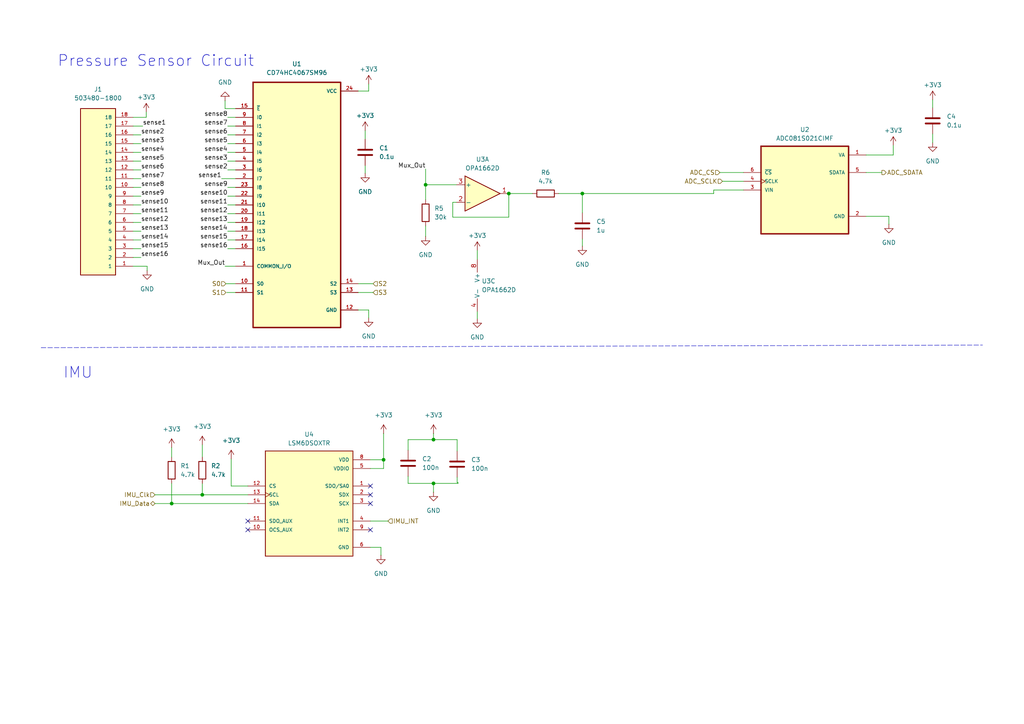
<source format=kicad_sch>
(kicad_sch (version 20250114) (generator "eeschema") (generator_version "9.0")
  (paper "A4")
  (lib_symbols
    (symbol "18_Pin_Senior_Design:503480-1800" (pin_names (offset 1.016))
      (property "Reference" "J" (at -5.0852 23.3894 0))
      (property "Value" "503480-1800" (at -5.0847 -27.9635 0))
      (symbol "503480-1800_0_0"
        (rectangle (start -5.08 -25.4) (end 5.08 22.86) (stroke (width 0.254)) (fill (type background)))
        (pin passive line (at -10.16 20.32 0) (length 5.08) (name "1") (number "1"))
        (pin passive line (at -10.16 17.78 0) (length 5.08) (name "2") (number "2"))
        (pin passive line (at -10.16 15.24 0) (length 5.08) (name "3") (number "3"))
        (pin passive line (at -10.16 12.7 0) (length 5.08) (name "4") (number "4"))
        (pin passive line (at -10.16 10.16 0) (length 5.08) (name "5") (number "5"))
        (pin passive line (at -10.16 7.62 0) (length 5.08) (name "6") (number "6"))
        (pin passive line (at -10.16 5.08 0) (length 5.08) (name "7") (number "7"))
        (pin passive line (at -10.16 2.54 0) (length 5.08) (name "8") (number "8"))
        (pin passive line (at -10.16 0 0) (length 5.08) (name "9") (number "9"))
        (pin passive line (at -10.16 -2.54 0) (length 5.08) (name "10") (number "10"))
        (pin passive line (at -10.16 -5.08 0) (length 5.08) (name "11") (number "11"))
        (pin passive line (at -10.16 -7.62 0) (length 5.08) (name "12") (number "12"))
        (pin passive line (at -10.16 -10.16 0) (length 5.08) (name "13") (number "13"))
        (pin passive line (at -10.16 -12.7 0) (length 5.08) (name "14") (number "14"))
        (pin passive line (at -10.16 -15.24 0) (length 5.08) (name "15") (number "15"))
        (pin passive line (at -10.16 -17.78 0) (length 5.08) (name "16") (number "16"))
        (pin passive line (at -10.16 -20.32 0) (length 5.08) (name "17") (number "17"))
        (pin passive line (at -10.16 -22.86 0) (length 5.08) (name "18") (number "18"))
      )
    )
    (symbol "ADC_Senior_Design:ADC081S021CIMF" (pin_names (offset 1.016))
      (property "Reference" "U" (at -12.7 13.7 0))
      (property "Value" "ADC081S021CIMF" (at -12.7 -16.7 0))
      (symbol "ADC081S021CIMF_0_0"
        (rectangle (start -12.7 -12.7) (end 12.7 12.7) (stroke (width 0.41)) (fill (type background)))
        (pin input line (at -17.78 5.08 0) (length 5.08) (name "~{CS}") (number "6"))
        (pin input clock (at -17.78 2.54 0) (length 5.08) (name "SCLK") (number "4"))
        (pin input line (at -17.78 0 0) (length 5.08) (name "VIN") (number "3"))
        (pin power_in line (at 17.78 10.16 180) (length 5.08) (name "VA") (number "1"))
        (pin output line (at 17.78 5.08 180) (length 5.08) (name "SDATA") (number "5"))
        (pin power_in line (at 17.78 -7.62 180) (length 5.08) (name "GND") (number "2"))
      )
    )
    (symbol "Amplifier_Operational:OPA1662D" (pin_names (offset 0.127))
      (property "Reference" "U" (at 0 5.08 0))
      (property "Value" "OPA1662D" (at 0 -5.08 0))
      (symbol "OPA1662D_1_1"
        (polyline (pts (xy -5.08 5.08) (xy 5.08 0) (xy -5.08 -5.08) (xy -5.08 5.08)) (stroke (width 0.254)) (fill (type background)))
        (pin input line (at -7.62 2.54 0) (length 2.54) (name "+") (number "3"))
        (pin input line (at -7.62 -2.54 0) (length 2.54) (name "-") (number "2"))
        (pin output line (at 7.62 0 180) (length 2.54) (name "~") (number "1"))
      )
      (symbol "OPA1662D_2_1"
        (polyline (pts (xy -5.08 5.08) (xy 5.08 0) (xy -5.08 -5.08) (xy -5.08 5.08)) (stroke (width 0.254)) (fill (type background)))
        (pin input line (at -7.62 2.54 0) (length 2.54) (name "+") (number "5"))
        (pin input line (at -7.62 -2.54 0) (length 2.54) (name "-") (number "6"))
        (pin output line (at 7.62 0 180) (length 2.54) (name "~") (number "7"))
      )
      (symbol "OPA1662D_3_1"
        (pin power_in line (at -2.54 7.62 270) (length 3.81) (name "V+") (number "8"))
        (pin power_in line (at -2.54 -7.62 90) (length 3.81) (name "V-") (number "4"))
      )
    )
    (symbol "Device:C" (pin_numbers (hide yes)) (pin_names (offset 0.254))
      (property "Reference" "C" (at 0.635 2.54 0))
      (property "Value" "C" (at 0.635 -2.54 0))
      (symbol "C_0_1"
        (polyline (pts (xy -2.032 0.762) (xy 2.032 0.762)) (stroke (width 0.508)))
        (polyline (pts (xy -2.032 -0.762) (xy 2.032 -0.762)) (stroke (width 0.508)))
      )
      (symbol "C_1_1"
        (pin passive line (at 0 3.81 270) (length 2.794) (name "~") (number "1"))
        (pin passive line (at 0 -3.81 90) (length 2.794) (name "~") (number "2"))
      )
    )
    (symbol "Device:R" (pin_numbers (hide yes)) (pin_names (offset 0))
      (property "Reference" "R" (at 2.032 0 90))
      (property "Value" "R" (at 0 0 90))
      (symbol "R_0_1"
        (rectangle (start -1.016 -2.54) (end 1.016 2.54) (stroke (width 0.254)))
      )
      (symbol "R_1_1"
        (pin passive line (at 0 3.81 270) (length 1.27) (name "~") (number "1"))
        (pin passive line (at 0 -3.81 90) (length 1.27) (name "~") (number "2"))
      )
    )
    (symbol "IMU_Sensior_Design:LSM6DSOXTR" (pin_names (offset 1.016))
      (property "Reference" "U" (at -12.7 16.002 0))
      (property "Value" "LSM6DSOXTR" (at -12.7 -17.78 0))
      (symbol "LSM6DSOXTR_0_0"
        (rectangle (start -12.7 -15.24) (end 12.7 15.24) (stroke (width 0.254)) (fill (type background)))
        (pin input line (at -17.78 5.08 0) (length 5.08) (name "CS") (number "12"))
        (pin input clock (at -17.78 2.54 0) (length 5.08) (name "SCL") (number "13"))
        (pin bidirectional line (at -17.78 0 0) (length 5.08) (name "SDA") (number "14"))
        (pin bidirectional line (at -17.78 -5.08 0) (length 5.08) (name "SDO_AUX") (number "11"))
        (pin bidirectional line (at -17.78 -7.62 0) (length 5.08) (name "OCS_AUX") (number "10"))
        (pin power_in line (at 17.78 12.7 180) (length 5.08) (name "VDD") (number "8"))
        (pin power_in line (at 17.78 10.16 180) (length 5.08) (name "VDDIO") (number "5"))
        (pin bidirectional line (at 17.78 5.08 180) (length 5.08) (name "SDO/SA0") (number "1"))
        (pin bidirectional line (at 17.78 2.54 180) (length 5.08) (name "SDX") (number "2"))
        (pin bidirectional line (at 17.78 0 180) (length 5.08) (name "SCX") (number "3"))
        (pin output line (at 17.78 -5.08 180) (length 5.08) (name "INT1") (number "4"))
        (pin output line (at 17.78 -7.62 180) (length 5.08) (name "INT2") (number "9"))
        (pin power_in line (at 17.78 -12.7 180) (length 5.08) (name "GND") (number "6"))
        (pin power_in line (at 17.78 -12.7 180) (length 5.08) (hide yes) (name "GND") (number "7"))
      )
    )
    (symbol "Mux_Senior_Design:CD74HC4067SM96" (pin_names (offset 1.016))
      (property "Reference" "U" (at -12.7 36.56 0))
      (property "Value" "CD74HC4067SM96" (at -12.7 -39.56 0))
      (symbol "CD74HC4067SM96_0_0"
        (rectangle (start -12.7 -35.56) (end 12.7 35.56) (stroke (width 0.41)) (fill (type background)))
        (pin input line (at -17.78 27.94 0) (length 5.08) (name "~{E}") (number "15"))
        (pin input line (at -17.78 25.4 0) (length 5.08) (name "I0") (number "9"))
        (pin input line (at -17.78 22.86 0) (length 5.08) (name "I1") (number "8"))
        (pin input line (at -17.78 20.32 0) (length 5.08) (name "I2") (number "7"))
        (pin input line (at -17.78 17.78 0) (length 5.08) (name "I3") (number "6"))
        (pin input line (at -17.78 15.24 0) (length 5.08) (name "I4") (number "5"))
        (pin input line (at -17.78 12.7 0) (length 5.08) (name "I5") (number "4"))
        (pin input line (at -17.78 10.16 0) (length 5.08) (name "I6") (number "3"))
        (pin input line (at -17.78 7.62 0) (length 5.08) (name "I7") (number "2"))
        (pin input line (at -17.78 5.08 0) (length 5.08) (name "I8") (number "23"))
        (pin input line (at -17.78 2.54 0) (length 5.08) (name "I9") (number "22"))
        (pin input line (at -17.78 0 0) (length 5.08) (name "I10") (number "21"))
        (pin input line (at -17.78 -2.54 0) (length 5.08) (name "I11") (number "20"))
        (pin input line (at -17.78 -5.08 0) (length 5.08) (name "I12") (number "19"))
        (pin input line (at -17.78 -7.62 0) (length 5.08) (name "I13") (number "18"))
        (pin input line (at -17.78 -10.16 0) (length 5.08) (name "I14") (number "17"))
        (pin input line (at -17.78 -12.7 0) (length 5.08) (name "I15") (number "16"))
        (pin bidirectional line (at -17.78 -17.78 0) (length 5.08) (name "COMMON_I/O") (number "1"))
        (pin bidirectional line (at -17.78 -22.86 0) (length 5.08) (name "S0") (number "10"))
        (pin bidirectional line (at -17.78 -25.4 0) (length 5.08) (name "S1") (number "11"))
        (pin power_in line (at 17.78 33.02 180) (length 5.08) (name "VCC") (number "24"))
        (pin bidirectional line (at 17.78 -22.86 180) (length 5.08) (name "S2") (number "14"))
        (pin bidirectional line (at 17.78 -25.4 180) (length 5.08) (name "S3") (number "13"))
        (pin power_in line (at 17.78 -30.48 180) (length 5.08) (name "GND") (number "12"))
      )
    )
    (symbol "power:+3V3" (power) (pin_numbers (hide yes)) (pin_names (offset 0) (hide yes))
      (property "Value" "+3V3" (at 0 3.556 0))
      (symbol "+3V3_0_1"
        (polyline (pts (xy -0.762 1.27) (xy 0 2.54)))
        (polyline (pts (xy 0 2.54) (xy 0.762 1.27)))
        (polyline (pts (xy 0 0) (xy 0 2.54)))
      )
      (symbol "+3V3_1_1"
        (pin power_in line (at 0 0 90) (length 0) (name "~") (number "1"))
      )
    )
    (symbol "power:GND" (power) (pin_numbers (hide yes)) (pin_names (offset 0) (hide yes))
      (property "Value" "GND" (at 0 -3.81 0))
      (symbol "GND_0_1"
        (polyline (pts (xy 0 0) (xy 0 -1.27) (xy 1.27 -1.27) (xy 0 -2.54) (xy -1.27 -1.27) (xy 0 -1.27)))
      )
      (symbol "GND_1_1"
        (pin power_in line (at 0 0 270) (length 0) (name "~") (number "1"))
      )
    )
  )
  (text "Pressure Sensor Circuit" (at 45.212 17.78 0) (effects (font (size 3.175 3.175))))
  (text "IMU" (at 22.606 108.204 0) (effects (font (size 3.175 3.175))))
  (junction (at 58.674 143.51))
  (junction (at 49.784 146.05))
  (junction (at 111.252 133.35))
  (junction (at 168.91 56.134))
  (junction (at 125.73 127.508))
  (junction (at 147.574 56.134))
  (junction (at 125.73 140.208))
  (junction (at 123.444 53.594))
  (no_connect (at 107.442 143.51))
  (no_connect (at 71.882 151.13))
  (no_connect (at 107.442 140.97))
  (no_connect (at 107.442 146.05))
  (no_connect (at 71.882 153.67))
  (no_connect (at 107.442 153.67))
  (wire (pts (xy 118.364 127.508) (xy 125.73 127.508)))
  (wire (pts (xy 132.588 139.954) (xy 132.588 138.43)))
  (wire (pts (xy 251.206 62.738) (xy 257.81 62.738)))
  (wire (pts (xy 132.334 58.674) (xy 131.318 58.674)))
  (wire (pts (xy 68.326 31.496) (xy 65.278 31.496)))
  (wire (pts (xy 42.672 77.216) (xy 42.672 78.486)))
  (wire (pts (xy 251.206 44.958) (xy 259.08 44.958)))
  (wire (pts (xy 105.918 48.006) (xy 105.918 50.292)))
  (wire (pts (xy 147.574 56.134) (xy 154.432 56.134)))
  (wire (pts (xy 131.318 58.674) (xy 131.318 62.992)))
  (wire (pts (xy 138.43 90.424) (xy 138.43 92.456)))
  (wire (pts (xy 38.608 44.196) (xy 40.894 44.196)))
  (wire (pts (xy 68.326 34.036) (xy 66.04 34.036)))
  (wire (pts (xy 132.842 140.208) (xy 132.842 139.954)))
  (wire (pts (xy 125.73 140.208) (xy 125.73 142.748)))
  (wire (pts (xy 38.608 41.656) (xy 40.894 41.656)))
  (wire (pts (xy 209.55 52.578) (xy 215.646 52.578)))
  (wire (pts (xy 68.326 49.276) (xy 66.04 49.276)))
  (wire (pts (xy 38.608 67.056) (xy 40.894 67.056)))
  (wire (pts (xy 123.444 53.594) (xy 132.334 53.594)))
  (wire (pts (xy 111.252 133.35) (xy 111.252 125.73)))
  (wire (pts (xy 68.326 64.516) (xy 66.04 64.516)))
  (wire (pts (xy 68.326 69.596) (xy 66.04 69.596)))
  (wire (pts (xy 64.262 51.816) (xy 68.326 51.816)))
  (wire (pts (xy 107.442 158.75) (xy 110.49 158.75)))
  (wire (pts (xy 125.73 127.508) (xy 132.588 127.508)))
  (wire (pts (xy 68.326 39.116) (xy 66.04 39.116)))
  (wire (pts (xy 168.91 56.134) (xy 207.01 56.134)))
  (wire (pts (xy 38.608 39.116) (xy 40.894 39.116)))
  (wire (pts (xy 208.788 50.038) (xy 215.646 50.038)))
  (wire (pts (xy 105.918 37.846) (xy 105.918 40.386)))
  (wire (pts (xy 251.206 50.038) (xy 255.778 50.038)))
  (wire (pts (xy 123.444 53.594) (xy 123.444 57.912)))
  (wire (pts (xy 38.608 69.596) (xy 40.894 69.596)))
  (wire (pts (xy 103.886 82.296) (xy 108.204 82.296)))
  (wire (pts (xy 257.81 62.738) (xy 257.81 65.024)))
  (wire (pts (xy 65.278 77.216) (xy 68.326 77.216)))
  (wire (pts (xy 125.73 140.208) (xy 132.842 140.208)))
  (wire (pts (xy 132.842 139.954) (xy 132.588 139.954)))
  (wire (pts (xy 68.326 54.356) (xy 66.04 54.356)))
  (wire (pts (xy 103.886 84.836) (xy 108.204 84.836)))
  (wire (pts (xy 71.882 140.97) (xy 67.056 140.97)))
  (polyline (pts (xy 11.938 100.838) (xy 284.988 100.076)) (stroke (width 0.127) (type dash)))
  (wire (pts (xy 168.91 69.342) (xy 168.91 71.374)))
  (wire (pts (xy 118.364 130.556) (xy 118.364 127.508)))
  (wire (pts (xy 111.252 133.35) (xy 111.252 135.89)))
  (wire (pts (xy 38.608 74.676) (xy 40.894 74.676)))
  (wire (pts (xy 44.958 146.05) (xy 49.784 146.05)))
  (wire (pts (xy 42.418 32.512) (xy 42.418 34.036)))
  (wire (pts (xy 147.574 62.992) (xy 147.574 56.134)))
  (wire (pts (xy 67.056 140.97) (xy 67.056 133.096)))
  (wire (pts (xy 107.442 133.35) (xy 111.252 133.35)))
  (wire (pts (xy 65.532 82.296) (xy 68.326 82.296)))
  (wire (pts (xy 65.786 84.836) (xy 68.326 84.836)))
  (wire (pts (xy 38.608 36.576) (xy 41.402 36.576)))
  (wire (pts (xy 49.784 140.208) (xy 49.784 146.05)))
  (wire (pts (xy 103.886 89.916) (xy 106.934 89.916)))
  (wire (pts (xy 44.958 143.51) (xy 58.674 143.51)))
  (wire (pts (xy 58.674 140.208) (xy 58.674 143.51)))
  (wire (pts (xy 68.326 72.136) (xy 66.04 72.136)))
  (wire (pts (xy 207.01 56.134) (xy 207.01 55.118)))
  (wire (pts (xy 106.934 89.916) (xy 106.934 92.202)))
  (wire (pts (xy 38.608 56.896) (xy 40.894 56.896)))
  (wire (pts (xy 68.326 59.436) (xy 66.04 59.436)))
  (wire (pts (xy 168.91 61.722) (xy 168.91 56.134)))
  (wire (pts (xy 270.51 28.956) (xy 270.51 31.242)))
  (wire (pts (xy 259.08 42.164) (xy 259.08 44.958)))
  (wire (pts (xy 68.326 36.576) (xy 66.04 36.576)))
  (wire (pts (xy 68.326 56.896) (xy 66.04 56.896)))
  (wire (pts (xy 131.318 62.992) (xy 147.574 62.992)))
  (wire (pts (xy 68.326 41.656) (xy 66.04 41.656)))
  (wire (pts (xy 207.01 55.118) (xy 215.646 55.118)))
  (wire (pts (xy 270.51 38.862) (xy 270.51 41.402)))
  (wire (pts (xy 38.608 72.136) (xy 40.894 72.136)))
  (wire (pts (xy 38.608 64.516) (xy 40.894 64.516)))
  (wire (pts (xy 68.326 61.976) (xy 66.04 61.976)))
  (wire (pts (xy 125.73 125.73) (xy 125.73 127.508)))
  (wire (pts (xy 38.608 46.736) (xy 40.894 46.736)))
  (wire (pts (xy 118.364 140.208) (xy 118.364 138.176)))
  (wire (pts (xy 110.49 158.75) (xy 110.49 161.036)))
  (wire (pts (xy 38.608 59.436) (xy 40.894 59.436)))
  (wire (pts (xy 65.278 31.496) (xy 65.278 29.21)))
  (wire (pts (xy 38.608 34.036) (xy 42.418 34.036)))
  (wire (pts (xy 58.674 143.51) (xy 71.882 143.51)))
  (wire (pts (xy 103.886 26.416) (xy 106.934 26.416)))
  (wire (pts (xy 123.444 65.532) (xy 123.444 68.58)))
  (wire (pts (xy 49.784 146.05) (xy 71.882 146.05)))
  (wire (pts (xy 38.608 49.276) (xy 40.894 49.276)))
  (wire (pts (xy 38.608 51.816) (xy 40.894 51.816)))
  (wire (pts (xy 106.934 26.416) (xy 106.934 24.384)))
  (wire (pts (xy 162.052 56.134) (xy 168.91 56.134)))
  (wire (pts (xy 132.588 127.508) (xy 132.588 130.81)))
  (wire (pts (xy 58.674 129.032) (xy 58.674 132.588)))
  (wire (pts (xy 68.326 67.056) (xy 66.04 67.056)))
  (wire (pts (xy 49.784 129.794) (xy 49.784 132.588)))
  (wire (pts (xy 38.608 77.216) (xy 42.672 77.216)))
  (wire (pts (xy 107.442 151.13) (xy 112.522 151.13)))
  (wire (pts (xy 123.444 49.022) (xy 123.444 53.594)))
  (wire (pts (xy 68.326 44.196) (xy 66.04 44.196)))
  (wire (pts (xy 38.608 61.976) (xy 40.894 61.976)))
  (wire (pts (xy 111.252 135.89) (xy 107.442 135.89)))
  (wire (pts (xy 118.364 140.208) (xy 125.73 140.208)))
  (wire (pts (xy 38.608 54.356) (xy 40.894 54.356)))
  (wire (pts (xy 138.43 72.644) (xy 138.43 75.184)))
  (wire (pts (xy 68.326 46.736) (xy 66.04 46.736)))
  (label "sense9" (at 40.894 56.896 0))
  (label "sense1" (at 41.402 36.576 0))
  (label "sense5" (at 40.894 46.736 0))
  (label "sense6" (at 66.04 39.116 180))
  (label "sense11" (at 40.894 61.976 0))
  (label "sense8" (at 40.894 54.356 0))
  (label "sense5" (at 66.04 41.656 180))
  (label "sense3" (at 40.894 41.656 0))
  (label "sense10" (at 40.894 59.436 0))
  (label "sense12" (at 66.04 61.976 180))
  (label "sense7" (at 66.04 36.576 180))
  (label "sense9" (at 66.04 54.356 180))
  (label "sense16" (at 40.894 74.676 0))
  (label "sense7" (at 40.894 51.816 0))
  (label "sense15" (at 40.894 72.136 0))
  (label "sense11" (at 66.04 59.436 180))
  (label "Mux_Out" (at 65.278 77.216 180))
  (label "sense4" (at 40.894 44.196 0))
  (label "sense1" (at 64.262 51.816 180))
  (label "sense4" (at 66.04 44.196 180))
  (label "sense16" (at 66.04 72.136 180))
  (label "sense14" (at 40.894 69.596 0))
  (label "sense12" (at 40.894 64.516 0))
  (label "sense15" (at 66.04 69.596 180))
  (label "sense13" (at 66.04 64.516 180))
  (label "sense2" (at 40.894 39.116 0))
  (label "sense13" (at 40.894 67.056 0))
  (label "Mux_Out" (at 123.444 49.022 180))
  (label "sense14" (at 66.04 67.056 180))
  (label "sense3" (at 66.04 46.736 180))
  (label "sense2" (at 66.04 49.276 180))
  (label "sense8" (at 66.04 34.036 180))
  (label "sense10" (at 66.04 56.896 180))
  (label "sense6" (at 40.894 49.276 0))
  (hierarchical_label "S3" (shape input) (at 108.204 84.836 0))
  (hierarchical_label "ADC_SCLK" (shape input) (at 209.55 52.578 180))
  (hierarchical_label "IMU_Data" (shape bidirectional) (at 44.958 146.05 180))
  (hierarchical_label "IMU_Clk" (shape input) (at 44.958 143.51 180))
  (hierarchical_label "IMU_INT" (shape input) (at 112.522 151.13 0))
  (hierarchical_label "ADC_SDATA" (shape output) (at 255.778 50.038 0))
  (hierarchical_label "S2" (shape input) (at 108.204 82.296 0))
  (hierarchical_label "S0" (shape input) (at 65.532 82.296 180))
  (hierarchical_label "S1" (shape input) (at 65.532 84.836 180))
  (hierarchical_label "ADC_CS" (shape input) (at 208.788 50.038 180))
  (symbol (lib_id "power:+3V3") (at 259.08 42.164 0) (unit 1)
    (property "Reference" "#PWR06" (effects (hide yes)))
    (property "Value" "+3V3" (at 259.08 37.846 0))
    (property "Description" "Power symbol creates a global label with name \"+3V3\"" (effects (hide yes)))
  )
  (symbol (lib_id "Device:R") (at 123.444 61.722 0) (unit 1)
    (property "Reference" "R5" (at 125.984 60.4519 0) (effects (justify left)))
    (property "Value" "30k" (at 125.984 62.9919 0) (effects (justify left)))
    (property "Footprint" "Resistor_SMD:R_0603_1608Metric_Pad0.98x0.95mm_HandSolder" (effects (hide yes)))
    (property "Description" "Resistor" (effects (hide yes)))
  )
  (symbol (lib_id "power:+3V3") (at 270.51 28.956 0) (unit 1)
    (property "Reference" "#PWR013" (effects (hide yes)))
    (property "Value" "+3V3" (at 270.51 24.638 0))
    (property "Description" "Power symbol creates a global label with name \"+3V3\"" (effects (hide yes)))
  )
  (symbol (lib_id "power:GND") (at 123.444 68.58 0) (unit 1)
    (property "Reference" "#PWR022" (effects (hide yes)))
    (property "Value" "GND" (at 123.444 73.914 0))
    (property "Description" "Power symbol creates a global label with name \"GND\" , ground" (effects (hide yes)))
  )
  (symbol (lib_id "Device:C") (at 118.364 134.366 0) (unit 1)
    (property "Reference" "C2" (at 122.428 133.0959 0) (effects (justify left)))
    (property "Value" "100n" (at 122.428 135.6359 0) (effects (justify left)))
    (property "Footprint" "Capacitor_SMD:C_0603_1608Metric_Pad1.08x0.95mm_HandSolder" (effects (hide yes)))
    (property "Description" "Unpolarized capacitor" (effects (hide yes)))
  )
  (symbol (lib_id "Device:C") (at 105.918 44.196 0) (unit 1)
    (property "Reference" "C1" (at 109.982 42.9259 0) (effects (justify left)))
    (property "Value" "0.1u" (at 109.982 45.4659 0) (effects (justify left)))
    (property "Footprint" "Capacitor_SMD:C_0603_1608Metric_Pad1.08x0.95mm_HandSolder" (effects (hide yes)))
    (property "Description" "Unpolarized capacitor" (effects (hide yes)))
  )
  (symbol (lib_id "Device:R") (at 158.242 56.134 90) (unit 1)
    (property "Reference" "R6" (at 158.242 50.038 90))
    (property "Value" "4.7k" (at 158.242 52.578 90))
    (property "Footprint" "Resistor_SMD:R_0603_1608Metric_Pad0.98x0.95mm_HandSolder" (effects (hide yes)))
    (property "Description" "Resistor" (effects (hide yes)))
  )
  (symbol (lib_id "Amplifier_Operational:OPA1662D") (at 139.954 56.134 0) (unit 1)
    (property "Reference" "U3" (at 139.954 46.228 0))
    (property "Value" "OPA1662D" (at 139.954 48.768 0))
    (property "Footprint" "Package_SO:SOIC-8_3.9x4.9mm_P1.27mm" (effects (hide yes)))
    (property "Datasheet" "https://www.ti.com/lit/ds/symlink/opa1662.pdf" (effects (hide yes)))
    (property "Description" "Dual Low-Power, Low-Noise, Low-Distortion, Bipolar-Input SoundPlus Audio Operational Amplifiers, SOIC-8" (effects (hide yes)))
  )
  (symbol (lib_id "power:GND") (at 110.49 161.036 0) (unit 1)
    (property "Reference" "#PWR010" (effects (hide yes)))
    (property "Value" "GND" (at 110.49 166.37 0))
    (property "Description" "Power symbol creates a global label with name \"GND\" , ground" (effects (hide yes)))
  )
  (symbol (lib_id "power:+3V3") (at 49.784 129.794 0) (unit 1)
    (property "Reference" "#PWR015" (effects (hide yes)))
    (property "Value" "+3V3" (at 49.784 124.46 0))
    (property "Description" "Power symbol creates a global label with name \"+3V3\"" (effects (hide yes)))
  )
  (symbol (lib_id "18_Pin_Senior_Design:503480-1800") (at 28.448 56.896 180) (unit 1)
    (property "Reference" "J1" (at 28.448 25.908 0))
    (property "Value" "503480-1800" (at 28.448 28.448 0))
    (property "Footprint" "18_Pin_Connector:MOLEX_503480-1800" (effects (hide yes)))
    (property "MF" "Molex" (effects (hide yes)))
    (property "MAXIMUM_PACKAGE_HEIGHT" "1.87mm" (effects (hide yes)))
    (property "Package" "None" (effects (hide yes)))
    (property "Price" "None" (effects (hide yes)))
    (property "Check_prices" "https://www.snapeda.com/parts/5034801800/Molex/view-part/?ref=eda" (effects (hide yes)))
    (property "STANDARD" "Manufacturer Recommendations" (effects (hide yes)))
    (property "PARTREV" "J" (effects (hide yes)))
    (property "SnapEDA_Link" "https://www.snapeda.com/parts/5034801800/Molex/view-part/?ref=snap" (effects (hide yes)))
    (property "MP" "5034801800" (effects (hide yes)))
    (property "Description_1" "18 Position FFC, FPC Connector Contacts, Top and Bottom 0.020 (0.50mm) Surface Mount, Right Angle" (effects (hide yes)))
    (property "Availability" "In Stock" (effects (hide yes)))
    (property "MANUFACTURER" "Molex" (effects (hide yes)))
  )
  (symbol (lib_id "Amplifier_Operational:OPA1662D") (at 140.97 82.804 0) (unit 3)
    (property "Reference" "U3" (at 139.7 81.5339 0) (effects (justify left)))
    (property "Value" "OPA1662D" (at 139.7 84.0739 0) (effects (justify left)))
    (property "Footprint" "Package_SO:SOIC-8_3.9x4.9mm_P1.27mm" (effects (hide yes)))
    (property "Datasheet" "https://www.ti.com/lit/ds/symlink/opa1662.pdf" (effects (hide yes)))
    (property "Description" "Dual Low-Power, Low-Noise, Low-Distortion, Bipolar-Input SoundPlus Audio Operational Amplifiers, SOIC-8" (effects (hide yes)))
  )
  (symbol (lib_id "Device:C") (at 168.91 65.532 0) (unit 1)
    (property "Reference" "C5" (at 172.974 64.2619 0) (effects (justify left)))
    (property "Value" "1u" (at 172.974 66.8019 0) (effects (justify left)))
    (property "Footprint" "Capacitor_SMD:C_0603_1608Metric_Pad1.08x0.95mm_HandSolder" (effects (hide yes)))
    (property "Description" "Unpolarized capacitor" (effects (hide yes)))
  )
  (symbol (lib_id "power:+3V3") (at 106.934 24.384 0) (unit 1)
    (property "Reference" "#PWR02" (effects (hide yes)))
    (property "Value" "+3V3" (at 106.934 20.066 0))
    (property "Description" "Power symbol creates a global label with name \"+3V3\"" (effects (hide yes)))
  )
  (symbol (lib_id "power:GND") (at 257.81 65.024 0) (unit 1)
    (property "Reference" "#PWR07" (effects (hide yes)))
    (property "Value" "GND" (at 257.81 70.358 0))
    (property "Description" "Power symbol creates a global label with name \"GND\" , ground" (effects (hide yes)))
  )
  (symbol (lib_id "power:GND") (at 42.672 78.486 0) (unit 1)
    (property "Reference" "#PWR04" (effects (hide yes)))
    (property "Value" "GND" (at 42.672 83.82 0))
    (property "Description" "Power symbol creates a global label with name \"GND\" , ground" (effects (hide yes)))
  )
  (symbol (lib_id "power:+3V3") (at 111.252 125.73 0) (unit 1)
    (property "Reference" "#PWR09" (effects (hide yes)))
    (property "Value" "+3V3" (at 111.252 120.396 0))
    (property "Description" "Power symbol creates a global label with name \"+3V3\"" (effects (hide yes)))
  )
  (symbol (lib_id "power:+3V3") (at 105.918 37.846 0) (unit 1)
    (property "Reference" "#PWR011" (effects (hide yes)))
    (property "Value" "+3V3" (at 105.918 33.528 0))
    (property "Description" "Power symbol creates a global label with name \"+3V3\"" (effects (hide yes)))
  )
  (symbol (lib_id "Device:C") (at 270.51 35.052 0) (unit 1)
    (property "Reference" "C4" (at 274.574 33.7819 0) (effects (justify left)))
    (property "Value" "0.1u" (at 274.574 36.3219 0) (effects (justify left)))
    (property "Footprint" "Capacitor_SMD:C_0603_1608Metric_Pad1.08x0.95mm_HandSolder" (effects (hide yes)))
    (property "Description" "Unpolarized capacitor" (effects (hide yes)))
  )
  (symbol (lib_id "ADC_Senior_Design:ADC081S021CIMF") (at 233.426 55.118 0) (unit 1)
    (property "Reference" "U2" (at 233.426 37.592 0))
    (property "Value" "ADC081S021CIMF" (at 233.426 40.132 0))
    (property "Footprint" "ADC_Senior_Design:SOT95P280X145-6N" (effects (hide yes)))
    (property "MF" "Texas Instruments" (effects (hide yes)))
    (property "Description_1" "8-Bit, 200kSPS, 1-Ch SAR ADC with SPI" (effects (hide yes)))
    (property "Package" "SOT-23-6 Texas Instruments" (effects (hide yes)))
    (property "Price" "None" (effects (hide yes)))
    (property "SnapEDA_Link" "https://www.snapeda.com/parts/ADC081S021CIMF/NOPB/Texas+Instruments/view-part/?ref=snap" (effects (hide yes)))
    (property "MP" "ADC081S021CIMF/NOPB" (effects (hide yes)))
    (property "Availability" "In Stock" (effects (hide yes)))
    (property "Check_prices" "https://www.snapeda.com/parts/ADC081S021CIMF/NOPB/Texas+Instruments/view-part/?ref=eda" (effects (hide yes)))
  )
  (symbol (lib_id "power:GND") (at 106.934 92.202 0) (unit 1)
    (property "Reference" "#PWR01" (effects (hide yes)))
    (property "Value" "GND" (at 106.934 97.536 0))
    (property "Description" "Power symbol creates a global label with name \"GND\" , ground" (effects (hide yes)))
  )
  (symbol (lib_id "IMU_Sensior_Design:LSM6DSOXTR") (at 89.662 146.05 0) (unit 1)
    (property "Reference" "U4" (at 89.662 125.984 0))
    (property "Value" "LSM6DSOXTR" (at 89.662 128.524 0))
    (property "Footprint" "IMU_Senior_Design:PQFN50P250X300X86-14N" (effects (hide yes)))
    (property "MF" "STMicroelectronics" (effects (hide yes)))
    (property "Description_1" "Accelerometer, Gyroscope, 6 Axis Sensor I2C, SPI Output" (effects (hide yes)))
    (property "Package" "VFLGA-14 STMicroelectronics" (effects (hide yes)))
    (property "Price" "None" (effects (hide yes)))
    (property "Check_prices" "https://www.snapeda.com/parts/LSM6DSOXTR/STMicroelectronics/view-part/?ref=eda" (effects (hide yes)))
    (property "STANDARD" "IPC7351B" (effects (hide yes)))
    (property "PARTREV" "3.0" (effects (hide yes)))
    (property "SnapEDA_Link" "https://www.snapeda.com/parts/LSM6DSOXTR/STMicroelectronics/view-part/?ref=snap" (effects (hide yes)))
    (property "MP" "LSM6DSOXTR" (effects (hide yes)))
    (property "Availability" "In Stock" (effects (hide yes)))
    (property "MANUFACTURER" "ST Microelectronics" (effects (hide yes)))
  )
  (symbol (lib_id "Device:R") (at 58.674 136.398 0) (unit 1)
    (property "Reference" "R2" (at 61.214 135.1279 0) (effects (justify left)))
    (property "Value" "4.7k" (at 61.214 137.6679 0) (effects (justify left)))
    (property "Footprint" "Resistor_SMD:R_0603_1608Metric_Pad0.98x0.95mm_HandSolder" (effects (hide yes)))
    (property "Description" "Resistor" (effects (hide yes)))
  )
  (symbol (lib_id "power:GND") (at 270.51 41.402 0) (unit 1)
    (property "Reference" "#PWR014" (effects (hide yes)))
    (property "Value" "GND" (at 270.51 46.736 0))
    (property "Description" "Power symbol creates a global label with name \"GND\" , ground" (effects (hide yes)))
  )
  (symbol (lib_id "power:GND") (at 105.918 50.292 0) (unit 1)
    (property "Reference" "#PWR012" (effects (hide yes)))
    (property "Value" "GND" (at 105.918 55.626 0))
    (property "Description" "Power symbol creates a global label with name \"GND\" , ground" (effects (hide yes)))
  )
  (symbol (lib_id "power:+3V3") (at 125.73 125.73 0) (unit 1)
    (property "Reference" "#PWR017" (effects (hide yes)))
    (property "Value" "+3V3" (at 125.73 120.396 0))
    (property "Description" "Power symbol creates a global label with name \"+3V3\"" (effects (hide yes)))
  )
  (symbol (lib_id "power:GND") (at 65.278 29.21 180) (unit 1)
    (property "Reference" "#PWR05" (effects (hide yes)))
    (property "Value" "GND" (at 65.278 23.876 0))
    (property "Description" "Power symbol creates a global label with name \"GND\" , ground" (effects (hide yes)))
  )
  (symbol (lib_id "power:+3V3") (at 138.43 72.644 0) (unit 1)
    (property "Reference" "#PWR024" (effects (hide yes)))
    (property "Value" "+3V3" (at 138.43 68.326 0))
    (property "Description" "Power symbol creates a global label with name \"+3V3\"" (effects (hide yes)))
  )
  (symbol (lib_id "Device:C") (at 132.588 134.62 0) (unit 1)
    (property "Reference" "C3" (at 136.652 133.3499 0) (effects (justify left)))
    (property "Value" "100n" (at 136.652 135.8899 0) (effects (justify left)))
    (property "Footprint" "Capacitor_SMD:C_0603_1608Metric_Pad1.08x0.95mm_HandSolder" (effects (hide yes)))
    (property "Description" "Unpolarized capacitor" (effects (hide yes)))
  )
  (symbol (lib_id "power:GND") (at 125.73 142.748 0) (unit 1)
    (property "Reference" "#PWR018" (effects (hide yes)))
    (property "Value" "GND" (at 125.73 148.082 0))
    (property "Description" "Power symbol creates a global label with name \"GND\" , ground" (effects (hide yes)))
  )
  (symbol (lib_id "power:GND") (at 168.91 71.374 0) (unit 1)
    (property "Reference" "#PWR025" (effects (hide yes)))
    (property "Value" "GND" (at 168.91 76.708 0))
    (property "Description" "Power symbol creates a global label with name \"GND\" , ground" (effects (hide yes)))
  )
  (symbol (lib_id "power:GND") (at 138.43 92.456 0) (unit 1)
    (property "Reference" "#PWR023" (effects (hide yes)))
    (property "Value" "GND" (at 138.43 97.79 0))
    (property "Description" "Power symbol creates a global label with name \"GND\" , ground" (effects (hide yes)))
  )
  (symbol (lib_id "Device:R") (at 49.784 136.398 0) (unit 1)
    (property "Reference" "R1" (at 52.324 135.1279 0) (effects (justify left)))
    (property "Value" "4.7k" (at 52.324 137.6679 0) (effects (justify left)))
    (property "Footprint" "Resistor_SMD:R_0603_1608Metric_Pad0.98x0.95mm_HandSolder" (effects (hide yes)))
    (property "Description" "Resistor" (effects (hide yes)))
  )
  (symbol (lib_id "power:+3V3") (at 58.674 129.032 0) (unit 1)
    (property "Reference" "#PWR016" (effects (hide yes)))
    (property "Value" "+3V3" (at 58.674 123.698 0))
    (property "Description" "Power symbol creates a global label with name \"+3V3\"" (effects (hide yes)))
  )
  (symbol (lib_id "Mux_Senior_Design:CD74HC4067SM96") (at 86.106 59.436 0) (unit 1)
    (property "Reference" "U1" (at 86.106 18.542 0))
    (property "Value" "CD74HC4067SM96" (at 86.106 21.082 0))
    (property "Footprint" "Mux_Senior_Design:SOP65P780X200-24N" (effects (hide yes)))
    (property "MF" "Texas Instruments" (effects (hide yes)))
    (property "Description_1" "5-V, 16:1, 1-channel analog multiplexer" (effects (hide yes)))
    (property "Package" "SSOP-24 Texas Instruments" (effects (hide yes)))
    (property "Price" "None" (effects (hide yes)))
    (property "SnapEDA_Link" "https://www.snapeda.com/parts/CD74HC4067SM96/Texas+Instruments/view-part/?ref=snap" (effects (hide yes)))
    (property "MP" "CD74HC4067SM96" (effects (hide yes)))
    (property "Availability" "In Stock" (effects (hide yes)))
    (property "Check_prices" "https://www.snapeda.com/parts/CD74HC4067SM96/Texas+Instruments/view-part/?ref=eda" (effects (hide yes)))
  )
  (symbol (lib_id "power:+3V3") (at 67.056 133.096 0) (unit 1)
    (property "Reference" "#PWR08" (effects (hide yes)))
    (property "Value" "+3V3" (at 67.056 127.762 0))
    (property "Description" "Power symbol creates a global label with name \"+3V3\"" (effects (hide yes)))
  )
  (symbol (lib_id "power:+3V3") (at 42.418 32.512 0) (unit 1)
    (property "Reference" "#PWR03" (effects (hide yes)))
    (property "Value" "+3V3" (at 42.418 28.194 0))
    (property "Description" "Power symbol creates a global label with name \"+3V3\"" (effects (hide yes)))
  )
)
</source>
